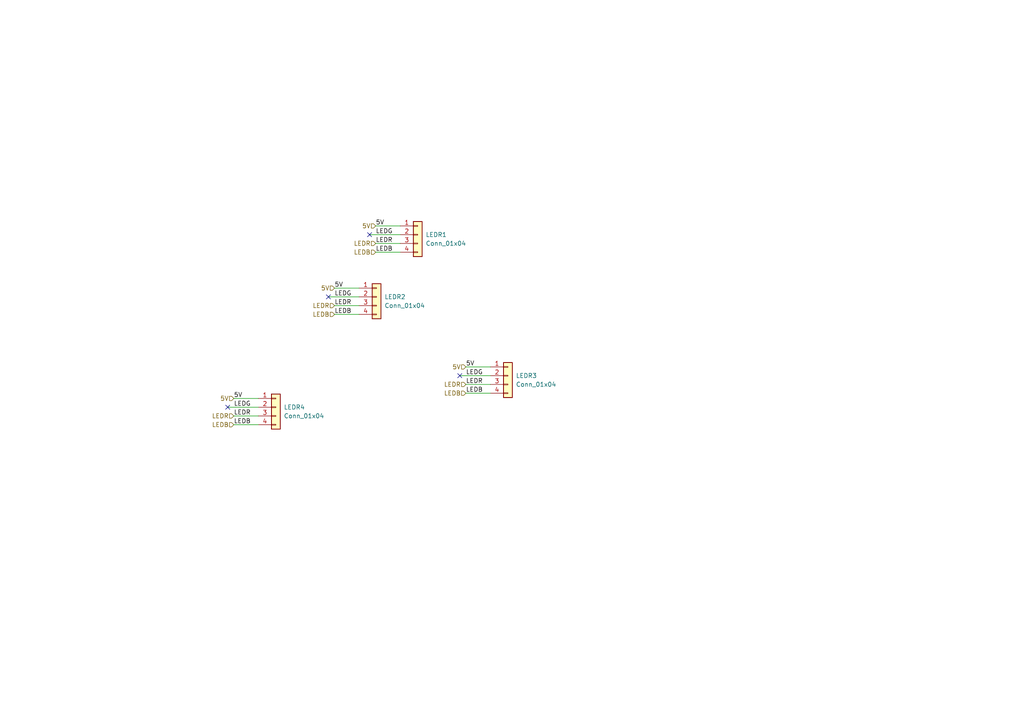
<source format=kicad_sch>
(kicad_sch (version 20231120) (generator "eeschema") (generator_version "8.0")
  (paper "A4")
  (lib_symbols
    (symbol "Connector_Generic:Conn_01x04" (pin_names (offset 1.016) hide)
      (property "Reference" "J" (at 0 5.08 0))
      (property "Value" "Conn_01x04" (at 0 -7.62 0))
      (symbol "Conn_01x04_1_1"
        (rectangle (start -1.27 -4.953) (end 0 -5.207) (stroke (width 0.1524)))
        (rectangle (start -1.27 -2.413) (end 0 -2.667) (stroke (width 0.1524)))
        (rectangle (start -1.27 0.127) (end 0 -0.127) (stroke (width 0.1524)))
        (rectangle (start -1.27 2.667) (end 0 2.413) (stroke (width 0.1524)))
        (rectangle (start -1.27 3.81) (end 1.27 -6.35) (stroke (width 0.254)) (fill (type background)))
        (pin passive line (at -5.08 2.54 0) (length 3.81) (name "Pin_1") (number "1"))
        (pin passive line (at -5.08 0 0) (length 3.81) (name "Pin_2") (number "2"))
        (pin passive line (at -5.08 -2.54 0) (length 3.81) (name "Pin_3") (number "3"))
        (pin passive line (at -5.08 -5.08 0) (length 3.81) (name "Pin_4") (number "4"))
      )
    )
  )
  (no_connect (at 107.188 68.072))
  (no_connect (at 95.25 86.106))
  (no_connect (at 66.04 118.11))
  (no_connect (at 133.35 108.966))
  (wire (pts (xy 108.966 65.532) (xy 116.078 65.532)))
  (wire (pts (xy 67.818 120.65) (xy 74.93 120.65)))
  (wire (pts (xy 108.966 73.152) (xy 116.078 73.152)))
  (wire (pts (xy 133.35 108.966) (xy 142.24 108.966)))
  (wire (pts (xy 108.966 70.612) (xy 116.078 70.612)))
  (wire (pts (xy 66.04 118.11) (xy 74.93 118.11)))
  (wire (pts (xy 97.028 88.646) (xy 104.14 88.646)))
  (wire (pts (xy 135.128 111.506) (xy 142.24 111.506)))
  (wire (pts (xy 107.188 68.072) (xy 116.078 68.072)))
  (wire (pts (xy 97.028 91.186) (xy 104.14 91.186)))
  (wire (pts (xy 97.028 83.566) (xy 104.14 83.566)))
  (wire (pts (xy 135.128 114.046) (xy 142.24 114.046)))
  (wire (pts (xy 95.25 86.106) (xy 104.14 86.106)))
  (wire (pts (xy 135.128 106.426) (xy 142.24 106.426)))
  (wire (pts (xy 67.818 115.57) (xy 74.93 115.57)))
  (wire (pts (xy 67.818 123.19) (xy 74.93 123.19)))
  (label "LEDB" (at 67.818 123.19 0))
  (label "LEDR" (at 108.966 70.612 0))
  (label "LEDB" (at 108.966 73.152 0))
  (label "5V" (at 67.818 115.57 0))
  (label "5V" (at 108.966 65.532 0))
  (label "LEDR" (at 135.128 111.506 0))
  (label "LEDG" (at 135.128 108.966 0))
  (label "LEDR" (at 97.028 88.646 0))
  (label "5V" (at 135.128 106.426 0))
  (label "LEDB" (at 97.028 91.186 0))
  (label "LEDB" (at 135.128 114.046 0))
  (label "LEDG" (at 97.028 86.106 0))
  (label "LEDG" (at 67.818 118.11 0))
  (label "LEDG" (at 108.966 68.072 0))
  (label "5V" (at 97.028 83.566 0))
  (label "LEDR" (at 67.818 120.65 0))
  (hierarchical_label "5V" (shape input) (at 108.966 65.532 180))
  (hierarchical_label "LEDB" (shape input) (at 108.966 73.152 180))
  (hierarchical_label "LEDB" (shape input) (at 135.128 114.046 180))
  (hierarchical_label "LEDR" (shape input) (at 97.028 88.646 180))
  (hierarchical_label "LEDR" (shape input) (at 67.818 120.65 180))
  (hierarchical_label "5V" (shape input) (at 97.028 83.566 180))
  (hierarchical_label "5V" (shape input) (at 135.128 106.426 180))
  (hierarchical_label "LEDB" (shape input) (at 97.028 91.186 180))
  (hierarchical_label "LEDR" (shape input) (at 135.128 111.506 180))
  (hierarchical_label "LEDB" (shape input) (at 67.818 123.19 180))
  (hierarchical_label "5V" (shape input) (at 67.818 115.57 180))
  (hierarchical_label "LEDR" (shape input) (at 108.966 70.612 180))
  (symbol (lib_id "Connector_Generic:Conn_01x04") (at 121.158 68.072 0) (unit 1)
    (property "Reference" "LEDR1" (at 123.444 68.072 0) (effects (justify left)))
    (property "Value" "Conn_01x04" (at 123.444 70.612 0) (effects (justify left)))
    (property "Footprint" "Connector_PinSocket_2.54mm:PinSocket_1x04_P2.54mm_Vertical" (effects (hide yes)))
  )
  (symbol (lib_id "Connector_Generic:Conn_01x04") (at 147.32 108.966 0) (unit 1)
    (property "Reference" "LEDR3" (at 149.606 108.966 0) (effects (justify left)))
    (property "Value" "Conn_01x04" (at 149.606 111.506 0) (effects (justify left)))
    (property "Footprint" "Connector_PinSocket_2.54mm:PinSocket_1x04_P2.54mm_Vertical" (effects (hide yes)))
  )
  (symbol (lib_id "Connector_Generic:Conn_01x04") (at 109.22 86.106 0) (unit 1)
    (property "Reference" "LEDR2" (at 111.506 86.106 0) (effects (justify left)))
    (property "Value" "Conn_01x04" (at 111.506 88.646 0) (effects (justify left)))
    (property "Footprint" "Connector_PinSocket_2.54mm:PinSocket_1x04_P2.54mm_Vertical" (effects (hide yes)))
  )
  (symbol (lib_id "Connector_Generic:Conn_01x04") (at 80.01 118.11 0) (unit 1)
    (property "Reference" "LEDR4" (at 82.296 118.11 0) (effects (justify left)))
    (property "Value" "Conn_01x04" (at 82.296 120.65 0) (effects (justify left)))
    (property "Footprint" "Connector_PinSocket_2.54mm:PinSocket_1x04_P2.54mm_Vertical" (effects (hide yes)))
  )
)
</source>
